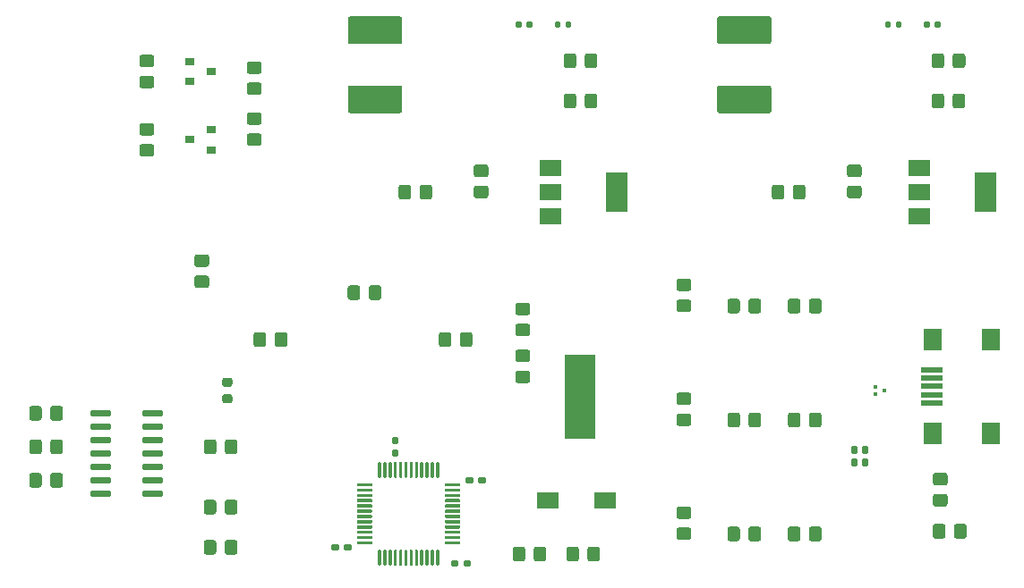
<source format=gtp>
G04 #@! TF.GenerationSoftware,KiCad,Pcbnew,(5.1.10)-1*
G04 #@! TF.CreationDate,2021-09-04T13:32:15+03:00*
G04 #@! TF.ProjectId,amp_control_board,616d705f-636f-46e7-9472-6f6c5f626f61,rev?*
G04 #@! TF.SameCoordinates,Original*
G04 #@! TF.FileFunction,Paste,Top*
G04 #@! TF.FilePolarity,Positive*
%FSLAX46Y46*%
G04 Gerber Fmt 4.6, Leading zero omitted, Abs format (unit mm)*
G04 Created by KiCad (PCBNEW (5.1.10)-1) date 2021-09-04 13:32:15*
%MOMM*%
%LPD*%
G01*
G04 APERTURE LIST*
%ADD10R,0.300000X0.300000*%
%ADD11R,1.700000X2.000000*%
%ADD12R,2.000000X0.500000*%
%ADD13R,2.000000X1.500000*%
%ADD14R,2.000000X3.800000*%
%ADD15R,0.900000X0.800000*%
%ADD16R,2.000000X1.600000*%
%ADD17R,3.000000X8.000000*%
G04 APERTURE END LIST*
D10*
X213912000Y-106426000D03*
X213062000Y-106776000D03*
X213062000Y-106076000D03*
G36*
G01*
X219691000Y-119310999D02*
X219691000Y-120211001D01*
G75*
G02*
X219441001Y-120461000I-249999J0D01*
G01*
X218740999Y-120461000D01*
G75*
G02*
X218491000Y-120211001I0J249999D01*
G01*
X218491000Y-119310999D01*
G75*
G02*
X218740999Y-119061000I249999J0D01*
G01*
X219441001Y-119061000D01*
G75*
G02*
X219691000Y-119310999I0J-249999D01*
G01*
G37*
G36*
G01*
X221691000Y-119310999D02*
X221691000Y-120211001D01*
G75*
G02*
X221441001Y-120461000I-249999J0D01*
G01*
X220740999Y-120461000D01*
G75*
G02*
X220491000Y-120211001I0J249999D01*
G01*
X220491000Y-119310999D01*
G75*
G02*
X220740999Y-119061000I249999J0D01*
G01*
X221441001Y-119061000D01*
G75*
G02*
X221691000Y-119310999I0J-249999D01*
G01*
G37*
G36*
G01*
X219652001Y-115424000D02*
X218751999Y-115424000D01*
G75*
G02*
X218502000Y-115174001I0J249999D01*
G01*
X218502000Y-114473999D01*
G75*
G02*
X218751999Y-114224000I249999J0D01*
G01*
X219652001Y-114224000D01*
G75*
G02*
X219902000Y-114473999I0J-249999D01*
G01*
X219902000Y-115174001D01*
G75*
G02*
X219652001Y-115424000I-249999J0D01*
G01*
G37*
G36*
G01*
X219652001Y-117424000D02*
X218751999Y-117424000D01*
G75*
G02*
X218502000Y-117174001I0J249999D01*
G01*
X218502000Y-116473999D01*
G75*
G02*
X218751999Y-116224000I249999J0D01*
G01*
X219652001Y-116224000D01*
G75*
G02*
X219902000Y-116473999I0J-249999D01*
G01*
X219902000Y-117174001D01*
G75*
G02*
X219652001Y-117424000I-249999J0D01*
G01*
G37*
G36*
G01*
X212250000Y-112409000D02*
X211930000Y-112409000D01*
G75*
G02*
X211770000Y-112249000I0J160000D01*
G01*
X211770000Y-111854000D01*
G75*
G02*
X211930000Y-111694000I160000J0D01*
G01*
X212250000Y-111694000D01*
G75*
G02*
X212410000Y-111854000I0J-160000D01*
G01*
X212410000Y-112249000D01*
G75*
G02*
X212250000Y-112409000I-160000J0D01*
G01*
G37*
G36*
G01*
X212250000Y-113604000D02*
X211930000Y-113604000D01*
G75*
G02*
X211770000Y-113444000I0J160000D01*
G01*
X211770000Y-113049000D01*
G75*
G02*
X211930000Y-112889000I160000J0D01*
G01*
X212250000Y-112889000D01*
G75*
G02*
X212410000Y-113049000I0J-160000D01*
G01*
X212410000Y-113444000D01*
G75*
G02*
X212250000Y-113604000I-160000J0D01*
G01*
G37*
G36*
G01*
X210914000Y-112889000D02*
X211234000Y-112889000D01*
G75*
G02*
X211394000Y-113049000I0J-160000D01*
G01*
X211394000Y-113444000D01*
G75*
G02*
X211234000Y-113604000I-160000J0D01*
G01*
X210914000Y-113604000D01*
G75*
G02*
X210754000Y-113444000I0J160000D01*
G01*
X210754000Y-113049000D01*
G75*
G02*
X210914000Y-112889000I160000J0D01*
G01*
G37*
G36*
G01*
X210914000Y-111694000D02*
X211234000Y-111694000D01*
G75*
G02*
X211394000Y-111854000I0J-160000D01*
G01*
X211394000Y-112249000D01*
G75*
G02*
X211234000Y-112409000I-160000J0D01*
G01*
X210914000Y-112409000D01*
G75*
G02*
X210754000Y-112249000I0J160000D01*
G01*
X210754000Y-111854000D01*
G75*
G02*
X210914000Y-111694000I160000J0D01*
G01*
G37*
D11*
X223957000Y-101595000D03*
X218507000Y-101595000D03*
X223957000Y-110495000D03*
X218507000Y-110495000D03*
D12*
X218407000Y-104445000D03*
X218407000Y-105245000D03*
X218407000Y-106045000D03*
X218407000Y-106845000D03*
X218407000Y-107645000D03*
G36*
G01*
X175500000Y-115095000D02*
X175500000Y-114775000D01*
G75*
G02*
X175660000Y-114615000I160000J0D01*
G01*
X176055000Y-114615000D01*
G75*
G02*
X176215000Y-114775000I0J-160000D01*
G01*
X176215000Y-115095000D01*
G75*
G02*
X176055000Y-115255000I-160000J0D01*
G01*
X175660000Y-115255000D01*
G75*
G02*
X175500000Y-115095000I0J160000D01*
G01*
G37*
G36*
G01*
X174305000Y-115095000D02*
X174305000Y-114775000D01*
G75*
G02*
X174465000Y-114615000I160000J0D01*
G01*
X174860000Y-114615000D01*
G75*
G02*
X175020000Y-114775000I0J-160000D01*
G01*
X175020000Y-115095000D01*
G75*
G02*
X174860000Y-115255000I-160000J0D01*
G01*
X174465000Y-115255000D01*
G75*
G02*
X174305000Y-115095000I0J160000D01*
G01*
G37*
G36*
G01*
X174103000Y-122969000D02*
X174103000Y-122649000D01*
G75*
G02*
X174263000Y-122489000I160000J0D01*
G01*
X174658000Y-122489000D01*
G75*
G02*
X174818000Y-122649000I0J-160000D01*
G01*
X174818000Y-122969000D01*
G75*
G02*
X174658000Y-123129000I-160000J0D01*
G01*
X174263000Y-123129000D01*
G75*
G02*
X174103000Y-122969000I0J160000D01*
G01*
G37*
G36*
G01*
X172908000Y-122969000D02*
X172908000Y-122649000D01*
G75*
G02*
X173068000Y-122489000I160000J0D01*
G01*
X173463000Y-122489000D01*
G75*
G02*
X173623000Y-122649000I0J-160000D01*
G01*
X173623000Y-122969000D01*
G75*
G02*
X173463000Y-123129000I-160000J0D01*
G01*
X173068000Y-123129000D01*
G75*
G02*
X172908000Y-122969000I0J160000D01*
G01*
G37*
G36*
G01*
X162320000Y-121125000D02*
X162320000Y-121445000D01*
G75*
G02*
X162160000Y-121605000I-160000J0D01*
G01*
X161765000Y-121605000D01*
G75*
G02*
X161605000Y-121445000I0J160000D01*
G01*
X161605000Y-121125000D01*
G75*
G02*
X161765000Y-120965000I160000J0D01*
G01*
X162160000Y-120965000D01*
G75*
G02*
X162320000Y-121125000I0J-160000D01*
G01*
G37*
G36*
G01*
X163515000Y-121125000D02*
X163515000Y-121445000D01*
G75*
G02*
X163355000Y-121605000I-160000J0D01*
G01*
X162960000Y-121605000D01*
G75*
G02*
X162800000Y-121445000I0J160000D01*
G01*
X162800000Y-121125000D01*
G75*
G02*
X162960000Y-120965000I160000J0D01*
G01*
X163355000Y-120965000D01*
G75*
G02*
X163515000Y-121125000I0J-160000D01*
G01*
G37*
G36*
G01*
X167800000Y-111520000D02*
X167480000Y-111520000D01*
G75*
G02*
X167320000Y-111360000I0J160000D01*
G01*
X167320000Y-110965000D01*
G75*
G02*
X167480000Y-110805000I160000J0D01*
G01*
X167800000Y-110805000D01*
G75*
G02*
X167960000Y-110965000I0J-160000D01*
G01*
X167960000Y-111360000D01*
G75*
G02*
X167800000Y-111520000I-160000J0D01*
G01*
G37*
G36*
G01*
X167800000Y-112715000D02*
X167480000Y-112715000D01*
G75*
G02*
X167320000Y-112555000I0J160000D01*
G01*
X167320000Y-112160000D01*
G75*
G02*
X167480000Y-112000000I160000J0D01*
G01*
X167800000Y-112000000D01*
G75*
G02*
X167960000Y-112160000I0J-160000D01*
G01*
X167960000Y-112555000D01*
G75*
G02*
X167800000Y-112715000I-160000J0D01*
G01*
G37*
G36*
G01*
X171755000Y-102050001D02*
X171755000Y-101149999D01*
G75*
G02*
X172004999Y-100900000I249999J0D01*
G01*
X172705001Y-100900000D01*
G75*
G02*
X172955000Y-101149999I0J-249999D01*
G01*
X172955000Y-102050001D01*
G75*
G02*
X172705001Y-102300000I-249999J0D01*
G01*
X172004999Y-102300000D01*
G75*
G02*
X171755000Y-102050001I0J249999D01*
G01*
G37*
G36*
G01*
X173755000Y-102050001D02*
X173755000Y-101149999D01*
G75*
G02*
X174004999Y-100900000I249999J0D01*
G01*
X174705001Y-100900000D01*
G75*
G02*
X174955000Y-101149999I0J-249999D01*
G01*
X174955000Y-102050001D01*
G75*
G02*
X174705001Y-102300000I-249999J0D01*
G01*
X174004999Y-102300000D01*
G75*
G02*
X173755000Y-102050001I0J249999D01*
G01*
G37*
G36*
G01*
X211524001Y-86214000D02*
X210623999Y-86214000D01*
G75*
G02*
X210374000Y-85964001I0J249999D01*
G01*
X210374000Y-85263999D01*
G75*
G02*
X210623999Y-85014000I249999J0D01*
G01*
X211524001Y-85014000D01*
G75*
G02*
X211774000Y-85263999I0J-249999D01*
G01*
X211774000Y-85964001D01*
G75*
G02*
X211524001Y-86214000I-249999J0D01*
G01*
G37*
G36*
G01*
X211524001Y-88214000D02*
X210623999Y-88214000D01*
G75*
G02*
X210374000Y-87964001I0J249999D01*
G01*
X210374000Y-87263999D01*
G75*
G02*
X210623999Y-87014000I249999J0D01*
G01*
X211524001Y-87014000D01*
G75*
G02*
X211774000Y-87263999I0J-249999D01*
G01*
X211774000Y-87964001D01*
G75*
G02*
X211524001Y-88214000I-249999J0D01*
G01*
G37*
G36*
G01*
X155445000Y-101149999D02*
X155445000Y-102050001D01*
G75*
G02*
X155195001Y-102300000I-249999J0D01*
G01*
X154494999Y-102300000D01*
G75*
G02*
X154245000Y-102050001I0J249999D01*
G01*
X154245000Y-101149999D01*
G75*
G02*
X154494999Y-100900000I249999J0D01*
G01*
X155195001Y-100900000D01*
G75*
G02*
X155445000Y-101149999I0J-249999D01*
G01*
G37*
G36*
G01*
X157445000Y-101149999D02*
X157445000Y-102050001D01*
G75*
G02*
X157195001Y-102300000I-249999J0D01*
G01*
X156494999Y-102300000D01*
G75*
G02*
X156245000Y-102050001I0J249999D01*
G01*
X156245000Y-101149999D01*
G75*
G02*
X156494999Y-100900000I249999J0D01*
G01*
X157195001Y-100900000D01*
G75*
G02*
X157445000Y-101149999I0J-249999D01*
G01*
G37*
G36*
G01*
X179254999Y-102540000D02*
X180155001Y-102540000D01*
G75*
G02*
X180405000Y-102789999I0J-249999D01*
G01*
X180405000Y-103490001D01*
G75*
G02*
X180155001Y-103740000I-249999J0D01*
G01*
X179254999Y-103740000D01*
G75*
G02*
X179005000Y-103490001I0J249999D01*
G01*
X179005000Y-102789999D01*
G75*
G02*
X179254999Y-102540000I249999J0D01*
G01*
G37*
G36*
G01*
X179254999Y-104540000D02*
X180155001Y-104540000D01*
G75*
G02*
X180405000Y-104789999I0J-249999D01*
G01*
X180405000Y-105490001D01*
G75*
G02*
X180155001Y-105740000I-249999J0D01*
G01*
X179254999Y-105740000D01*
G75*
G02*
X179005000Y-105490001I0J249999D01*
G01*
X179005000Y-104789999D01*
G75*
G02*
X179254999Y-104540000I249999J0D01*
G01*
G37*
G36*
G01*
X180155001Y-99295000D02*
X179254999Y-99295000D01*
G75*
G02*
X179005000Y-99045001I0J249999D01*
G01*
X179005000Y-98344999D01*
G75*
G02*
X179254999Y-98095000I249999J0D01*
G01*
X180155001Y-98095000D01*
G75*
G02*
X180405000Y-98344999I0J-249999D01*
G01*
X180405000Y-99045001D01*
G75*
G02*
X180155001Y-99295000I-249999J0D01*
G01*
G37*
G36*
G01*
X180155001Y-101295000D02*
X179254999Y-101295000D01*
G75*
G02*
X179005000Y-101045001I0J249999D01*
G01*
X179005000Y-100344999D01*
G75*
G02*
X179254999Y-100095000I249999J0D01*
G01*
X180155001Y-100095000D01*
G75*
G02*
X180405000Y-100344999I0J-249999D01*
G01*
X180405000Y-101045001D01*
G75*
G02*
X180155001Y-101295000I-249999J0D01*
G01*
G37*
G36*
G01*
X176218001Y-88214000D02*
X175317999Y-88214000D01*
G75*
G02*
X175068000Y-87964001I0J249999D01*
G01*
X175068000Y-87263999D01*
G75*
G02*
X175317999Y-87014000I249999J0D01*
G01*
X176218001Y-87014000D01*
G75*
G02*
X176468000Y-87263999I0J-249999D01*
G01*
X176468000Y-87964001D01*
G75*
G02*
X176218001Y-88214000I-249999J0D01*
G01*
G37*
G36*
G01*
X176218001Y-86214000D02*
X175317999Y-86214000D01*
G75*
G02*
X175068000Y-85964001I0J249999D01*
G01*
X175068000Y-85263999D01*
G75*
G02*
X175317999Y-85014000I249999J0D01*
G01*
X176218001Y-85014000D01*
G75*
G02*
X176468000Y-85263999I0J-249999D01*
G01*
X176468000Y-85964001D01*
G75*
G02*
X176218001Y-86214000I-249999J0D01*
G01*
G37*
G36*
G01*
X183820000Y-122370001D02*
X183820000Y-121469999D01*
G75*
G02*
X184069999Y-121220000I249999J0D01*
G01*
X184770001Y-121220000D01*
G75*
G02*
X185020000Y-121469999I0J-249999D01*
G01*
X185020000Y-122370001D01*
G75*
G02*
X184770001Y-122620000I-249999J0D01*
G01*
X184069999Y-122620000D01*
G75*
G02*
X183820000Y-122370001I0J249999D01*
G01*
G37*
G36*
G01*
X185820000Y-122370001D02*
X185820000Y-121469999D01*
G75*
G02*
X186069999Y-121220000I249999J0D01*
G01*
X186770001Y-121220000D01*
G75*
G02*
X187020000Y-121469999I0J-249999D01*
G01*
X187020000Y-122370001D01*
G75*
G02*
X186770001Y-122620000I-249999J0D01*
G01*
X186069999Y-122620000D01*
G75*
G02*
X185820000Y-122370001I0J249999D01*
G01*
G37*
G36*
G01*
X195395001Y-97009000D02*
X194494999Y-97009000D01*
G75*
G02*
X194245000Y-96759001I0J249999D01*
G01*
X194245000Y-96058999D01*
G75*
G02*
X194494999Y-95809000I249999J0D01*
G01*
X195395001Y-95809000D01*
G75*
G02*
X195645000Y-96058999I0J-249999D01*
G01*
X195645000Y-96759001D01*
G75*
G02*
X195395001Y-97009000I-249999J0D01*
G01*
G37*
G36*
G01*
X195395001Y-99009000D02*
X194494999Y-99009000D01*
G75*
G02*
X194245000Y-98759001I0J249999D01*
G01*
X194245000Y-98058999D01*
G75*
G02*
X194494999Y-97809000I249999J0D01*
G01*
X195395001Y-97809000D01*
G75*
G02*
X195645000Y-98058999I0J-249999D01*
G01*
X195645000Y-98759001D01*
G75*
G02*
X195395001Y-99009000I-249999J0D01*
G01*
G37*
G36*
G01*
X195395001Y-107804000D02*
X194494999Y-107804000D01*
G75*
G02*
X194245000Y-107554001I0J249999D01*
G01*
X194245000Y-106853999D01*
G75*
G02*
X194494999Y-106604000I249999J0D01*
G01*
X195395001Y-106604000D01*
G75*
G02*
X195645000Y-106853999I0J-249999D01*
G01*
X195645000Y-107554001D01*
G75*
G02*
X195395001Y-107804000I-249999J0D01*
G01*
G37*
G36*
G01*
X195395001Y-109804000D02*
X194494999Y-109804000D01*
G75*
G02*
X194245000Y-109554001I0J249999D01*
G01*
X194245000Y-108853999D01*
G75*
G02*
X194494999Y-108604000I249999J0D01*
G01*
X195395001Y-108604000D01*
G75*
G02*
X195645000Y-108853999I0J-249999D01*
G01*
X195645000Y-109554001D01*
G75*
G02*
X195395001Y-109804000I-249999J0D01*
G01*
G37*
G36*
G01*
X195395001Y-120599000D02*
X194494999Y-120599000D01*
G75*
G02*
X194245000Y-120349001I0J249999D01*
G01*
X194245000Y-119648999D01*
G75*
G02*
X194494999Y-119399000I249999J0D01*
G01*
X195395001Y-119399000D01*
G75*
G02*
X195645000Y-119648999I0J-249999D01*
G01*
X195645000Y-120349001D01*
G75*
G02*
X195395001Y-120599000I-249999J0D01*
G01*
G37*
G36*
G01*
X195395001Y-118599000D02*
X194494999Y-118599000D01*
G75*
G02*
X194245000Y-118349001I0J249999D01*
G01*
X194245000Y-117648999D01*
G75*
G02*
X194494999Y-117399000I249999J0D01*
G01*
X195395001Y-117399000D01*
G75*
G02*
X195645000Y-117648999I0J-249999D01*
G01*
X195645000Y-118349001D01*
G75*
G02*
X195395001Y-118599000I-249999J0D01*
G01*
G37*
G36*
G01*
X202985000Y-73615000D02*
X198335000Y-73615000D01*
G75*
G02*
X198085000Y-73365000I0J250000D01*
G01*
X198085000Y-71215000D01*
G75*
G02*
X198335000Y-70965000I250000J0D01*
G01*
X202985000Y-70965000D01*
G75*
G02*
X203235000Y-71215000I0J-250000D01*
G01*
X203235000Y-73365000D01*
G75*
G02*
X202985000Y-73615000I-250000J0D01*
G01*
G37*
G36*
G01*
X202985000Y-80165000D02*
X198335000Y-80165000D01*
G75*
G02*
X198085000Y-79915000I0J250000D01*
G01*
X198085000Y-77765000D01*
G75*
G02*
X198335000Y-77515000I250000J0D01*
G01*
X202985000Y-77515000D01*
G75*
G02*
X203235000Y-77765000I0J-250000D01*
G01*
X203235000Y-79915000D01*
G75*
G02*
X202985000Y-80165000I-250000J0D01*
G01*
G37*
G36*
G01*
X168060000Y-80165000D02*
X163410000Y-80165000D01*
G75*
G02*
X163160000Y-79915000I0J250000D01*
G01*
X163160000Y-77765000D01*
G75*
G02*
X163410000Y-77515000I250000J0D01*
G01*
X168060000Y-77515000D01*
G75*
G02*
X168310000Y-77765000I0J-250000D01*
G01*
X168310000Y-79915000D01*
G75*
G02*
X168060000Y-80165000I-250000J0D01*
G01*
G37*
G36*
G01*
X168060000Y-73615000D02*
X163410000Y-73615000D01*
G75*
G02*
X163160000Y-73365000I0J250000D01*
G01*
X163160000Y-71215000D01*
G75*
G02*
X163410000Y-70965000I250000J0D01*
G01*
X168060000Y-70965000D01*
G75*
G02*
X168310000Y-71215000I0J-250000D01*
G01*
X168310000Y-73365000D01*
G75*
G02*
X168060000Y-73615000I-250000J0D01*
G01*
G37*
G36*
G01*
X151508750Y-105201000D02*
X152021250Y-105201000D01*
G75*
G02*
X152240000Y-105419750I0J-218750D01*
G01*
X152240000Y-105857250D01*
G75*
G02*
X152021250Y-106076000I-218750J0D01*
G01*
X151508750Y-106076000D01*
G75*
G02*
X151290000Y-105857250I0J218750D01*
G01*
X151290000Y-105419750D01*
G75*
G02*
X151508750Y-105201000I218750J0D01*
G01*
G37*
G36*
G01*
X151508750Y-106776000D02*
X152021250Y-106776000D01*
G75*
G02*
X152240000Y-106994750I0J-218750D01*
G01*
X152240000Y-107432250D01*
G75*
G02*
X152021250Y-107651000I-218750J0D01*
G01*
X151508750Y-107651000D01*
G75*
G02*
X151290000Y-107432250I0J218750D01*
G01*
X151290000Y-106994750D01*
G75*
G02*
X151508750Y-106776000I218750J0D01*
G01*
G37*
D13*
X217195000Y-85330000D03*
X217195000Y-89930000D03*
X217195000Y-87630000D03*
D14*
X223495000Y-87630000D03*
X188595000Y-87630000D03*
D13*
X182295000Y-87630000D03*
X182295000Y-89930000D03*
X182295000Y-85330000D03*
D15*
X150225000Y-76200000D03*
X148225000Y-77150000D03*
X148225000Y-75250000D03*
X150225000Y-83627000D03*
X150225000Y-81727000D03*
X148225000Y-82677000D03*
G36*
G01*
X206451000Y-87179999D02*
X206451000Y-88080001D01*
G75*
G02*
X206201001Y-88330000I-249999J0D01*
G01*
X205500999Y-88330000D01*
G75*
G02*
X205251000Y-88080001I0J249999D01*
G01*
X205251000Y-87179999D01*
G75*
G02*
X205500999Y-86930000I249999J0D01*
G01*
X206201001Y-86930000D01*
G75*
G02*
X206451000Y-87179999I0J-249999D01*
G01*
G37*
G36*
G01*
X204451000Y-87179999D02*
X204451000Y-88080001D01*
G75*
G02*
X204201001Y-88330000I-249999J0D01*
G01*
X203500999Y-88330000D01*
G75*
G02*
X203251000Y-88080001I0J249999D01*
G01*
X203251000Y-87179999D01*
G75*
G02*
X203500999Y-86930000I249999J0D01*
G01*
X204201001Y-86930000D01*
G75*
G02*
X204451000Y-87179999I0J-249999D01*
G01*
G37*
G36*
G01*
X164335000Y-96704999D02*
X164335000Y-97605001D01*
G75*
G02*
X164085001Y-97855000I-249999J0D01*
G01*
X163384999Y-97855000D01*
G75*
G02*
X163135000Y-97605001I0J249999D01*
G01*
X163135000Y-96704999D01*
G75*
G02*
X163384999Y-96455000I249999J0D01*
G01*
X164085001Y-96455000D01*
G75*
G02*
X164335000Y-96704999I0J-249999D01*
G01*
G37*
G36*
G01*
X166335000Y-96704999D02*
X166335000Y-97605001D01*
G75*
G02*
X166085001Y-97855000I-249999J0D01*
G01*
X165384999Y-97855000D01*
G75*
G02*
X165135000Y-97605001I0J249999D01*
G01*
X165135000Y-96704999D01*
G75*
G02*
X165384999Y-96455000I249999J0D01*
G01*
X166085001Y-96455000D01*
G75*
G02*
X166335000Y-96704999I0J-249999D01*
G01*
G37*
G36*
G01*
X220380000Y-75634001D02*
X220380000Y-74733999D01*
G75*
G02*
X220629999Y-74484000I249999J0D01*
G01*
X221330001Y-74484000D01*
G75*
G02*
X221580000Y-74733999I0J-249999D01*
G01*
X221580000Y-75634001D01*
G75*
G02*
X221330001Y-75884000I-249999J0D01*
G01*
X220629999Y-75884000D01*
G75*
G02*
X220380000Y-75634001I0J249999D01*
G01*
G37*
G36*
G01*
X218380000Y-75634001D02*
X218380000Y-74733999D01*
G75*
G02*
X218629999Y-74484000I249999J0D01*
G01*
X219330001Y-74484000D01*
G75*
G02*
X219580000Y-74733999I0J-249999D01*
G01*
X219580000Y-75634001D01*
G75*
G02*
X219330001Y-75884000I-249999J0D01*
G01*
X218629999Y-75884000D01*
G75*
G02*
X218380000Y-75634001I0J249999D01*
G01*
G37*
G36*
G01*
X179940000Y-121469999D02*
X179940000Y-122370001D01*
G75*
G02*
X179690001Y-122620000I-249999J0D01*
G01*
X178989999Y-122620000D01*
G75*
G02*
X178740000Y-122370001I0J249999D01*
G01*
X178740000Y-121469999D01*
G75*
G02*
X178989999Y-121220000I249999J0D01*
G01*
X179690001Y-121220000D01*
G75*
G02*
X179940000Y-121469999I0J-249999D01*
G01*
G37*
G36*
G01*
X181940000Y-121469999D02*
X181940000Y-122370001D01*
G75*
G02*
X181690001Y-122620000I-249999J0D01*
G01*
X180989999Y-122620000D01*
G75*
G02*
X180740000Y-122370001I0J249999D01*
G01*
X180740000Y-121469999D01*
G75*
G02*
X180989999Y-121220000I249999J0D01*
G01*
X181690001Y-121220000D01*
G75*
G02*
X181940000Y-121469999I0J-249999D01*
G01*
G37*
G36*
G01*
X144595001Y-77800000D02*
X143694999Y-77800000D01*
G75*
G02*
X143445000Y-77550001I0J249999D01*
G01*
X143445000Y-76849999D01*
G75*
G02*
X143694999Y-76600000I249999J0D01*
G01*
X144595001Y-76600000D01*
G75*
G02*
X144845000Y-76849999I0J-249999D01*
G01*
X144845000Y-77550001D01*
G75*
G02*
X144595001Y-77800000I-249999J0D01*
G01*
G37*
G36*
G01*
X144595001Y-75800000D02*
X143694999Y-75800000D01*
G75*
G02*
X143445000Y-75550001I0J249999D01*
G01*
X143445000Y-74849999D01*
G75*
G02*
X143694999Y-74600000I249999J0D01*
G01*
X144595001Y-74600000D01*
G75*
G02*
X144845000Y-74849999I0J-249999D01*
G01*
X144845000Y-75550001D01*
G75*
G02*
X144595001Y-75800000I-249999J0D01*
G01*
G37*
G36*
G01*
X143694999Y-83077000D02*
X144595001Y-83077000D01*
G75*
G02*
X144845000Y-83326999I0J-249999D01*
G01*
X144845000Y-84027001D01*
G75*
G02*
X144595001Y-84277000I-249999J0D01*
G01*
X143694999Y-84277000D01*
G75*
G02*
X143445000Y-84027001I0J249999D01*
G01*
X143445000Y-83326999D01*
G75*
G02*
X143694999Y-83077000I249999J0D01*
G01*
G37*
G36*
G01*
X143694999Y-81077000D02*
X144595001Y-81077000D01*
G75*
G02*
X144845000Y-81326999I0J-249999D01*
G01*
X144845000Y-82027001D01*
G75*
G02*
X144595001Y-82277000I-249999J0D01*
G01*
X143694999Y-82277000D01*
G75*
G02*
X143445000Y-82027001I0J249999D01*
G01*
X143445000Y-81326999D01*
G75*
G02*
X143694999Y-81077000I249999J0D01*
G01*
G37*
G36*
G01*
X148901999Y-93523000D02*
X149802001Y-93523000D01*
G75*
G02*
X150052000Y-93772999I0J-249999D01*
G01*
X150052000Y-94473001D01*
G75*
G02*
X149802001Y-94723000I-249999J0D01*
G01*
X148901999Y-94723000D01*
G75*
G02*
X148652000Y-94473001I0J249999D01*
G01*
X148652000Y-93772999D01*
G75*
G02*
X148901999Y-93523000I249999J0D01*
G01*
G37*
G36*
G01*
X148901999Y-95523000D02*
X149802001Y-95523000D01*
G75*
G02*
X150052000Y-95772999I0J-249999D01*
G01*
X150052000Y-96473001D01*
G75*
G02*
X149802001Y-96723000I-249999J0D01*
G01*
X148901999Y-96723000D01*
G75*
G02*
X148652000Y-96473001I0J249999D01*
G01*
X148652000Y-95772999D01*
G75*
G02*
X148901999Y-95523000I249999J0D01*
G01*
G37*
G36*
G01*
X153854999Y-75235000D02*
X154755001Y-75235000D01*
G75*
G02*
X155005000Y-75484999I0J-249999D01*
G01*
X155005000Y-76185001D01*
G75*
G02*
X154755001Y-76435000I-249999J0D01*
G01*
X153854999Y-76435000D01*
G75*
G02*
X153605000Y-76185001I0J249999D01*
G01*
X153605000Y-75484999D01*
G75*
G02*
X153854999Y-75235000I249999J0D01*
G01*
G37*
G36*
G01*
X153854999Y-77235000D02*
X154755001Y-77235000D01*
G75*
G02*
X155005000Y-77484999I0J-249999D01*
G01*
X155005000Y-78185001D01*
G75*
G02*
X154755001Y-78435000I-249999J0D01*
G01*
X153854999Y-78435000D01*
G75*
G02*
X153605000Y-78185001I0J249999D01*
G01*
X153605000Y-77484999D01*
G75*
G02*
X153854999Y-77235000I249999J0D01*
G01*
G37*
G36*
G01*
X154755001Y-83261000D02*
X153854999Y-83261000D01*
G75*
G02*
X153605000Y-83011001I0J249999D01*
G01*
X153605000Y-82310999D01*
G75*
G02*
X153854999Y-82061000I249999J0D01*
G01*
X154755001Y-82061000D01*
G75*
G02*
X155005000Y-82310999I0J-249999D01*
G01*
X155005000Y-83011001D01*
G75*
G02*
X154755001Y-83261000I-249999J0D01*
G01*
G37*
G36*
G01*
X154755001Y-81261000D02*
X153854999Y-81261000D01*
G75*
G02*
X153605000Y-81011001I0J249999D01*
G01*
X153605000Y-80310999D01*
G75*
G02*
X153854999Y-80061000I249999J0D01*
G01*
X154755001Y-80061000D01*
G75*
G02*
X155005000Y-80310999I0J-249999D01*
G01*
X155005000Y-81011001D01*
G75*
G02*
X154755001Y-81261000I-249999J0D01*
G01*
G37*
G36*
G01*
X135020000Y-109035001D02*
X135020000Y-108134999D01*
G75*
G02*
X135269999Y-107885000I249999J0D01*
G01*
X135970001Y-107885000D01*
G75*
G02*
X136220000Y-108134999I0J-249999D01*
G01*
X136220000Y-109035001D01*
G75*
G02*
X135970001Y-109285000I-249999J0D01*
G01*
X135269999Y-109285000D01*
G75*
G02*
X135020000Y-109035001I0J249999D01*
G01*
G37*
G36*
G01*
X133020000Y-109035001D02*
X133020000Y-108134999D01*
G75*
G02*
X133269999Y-107885000I249999J0D01*
G01*
X133970001Y-107885000D01*
G75*
G02*
X134220000Y-108134999I0J-249999D01*
G01*
X134220000Y-109035001D01*
G75*
G02*
X133970001Y-109285000I-249999J0D01*
G01*
X133269999Y-109285000D01*
G75*
G02*
X133020000Y-109035001I0J249999D01*
G01*
G37*
G36*
G01*
X133020000Y-112210001D02*
X133020000Y-111309999D01*
G75*
G02*
X133269999Y-111060000I249999J0D01*
G01*
X133970001Y-111060000D01*
G75*
G02*
X134220000Y-111309999I0J-249999D01*
G01*
X134220000Y-112210001D01*
G75*
G02*
X133970001Y-112460000I-249999J0D01*
G01*
X133269999Y-112460000D01*
G75*
G02*
X133020000Y-112210001I0J249999D01*
G01*
G37*
G36*
G01*
X135020000Y-112210001D02*
X135020000Y-111309999D01*
G75*
G02*
X135269999Y-111060000I249999J0D01*
G01*
X135970001Y-111060000D01*
G75*
G02*
X136220000Y-111309999I0J-249999D01*
G01*
X136220000Y-112210001D01*
G75*
G02*
X135970001Y-112460000I-249999J0D01*
G01*
X135269999Y-112460000D01*
G75*
G02*
X135020000Y-112210001I0J249999D01*
G01*
G37*
G36*
G01*
X151530000Y-117925001D02*
X151530000Y-117024999D01*
G75*
G02*
X151779999Y-116775000I249999J0D01*
G01*
X152480001Y-116775000D01*
G75*
G02*
X152730000Y-117024999I0J-249999D01*
G01*
X152730000Y-117925001D01*
G75*
G02*
X152480001Y-118175000I-249999J0D01*
G01*
X151779999Y-118175000D01*
G75*
G02*
X151530000Y-117925001I0J249999D01*
G01*
G37*
G36*
G01*
X149530000Y-117925001D02*
X149530000Y-117024999D01*
G75*
G02*
X149779999Y-116775000I249999J0D01*
G01*
X150480001Y-116775000D01*
G75*
G02*
X150730000Y-117024999I0J-249999D01*
G01*
X150730000Y-117925001D01*
G75*
G02*
X150480001Y-118175000I-249999J0D01*
G01*
X149779999Y-118175000D01*
G75*
G02*
X149530000Y-117925001I0J249999D01*
G01*
G37*
G36*
G01*
X135020000Y-115385001D02*
X135020000Y-114484999D01*
G75*
G02*
X135269999Y-114235000I249999J0D01*
G01*
X135970001Y-114235000D01*
G75*
G02*
X136220000Y-114484999I0J-249999D01*
G01*
X136220000Y-115385001D01*
G75*
G02*
X135970001Y-115635000I-249999J0D01*
G01*
X135269999Y-115635000D01*
G75*
G02*
X135020000Y-115385001I0J249999D01*
G01*
G37*
G36*
G01*
X133020000Y-115385001D02*
X133020000Y-114484999D01*
G75*
G02*
X133269999Y-114235000I249999J0D01*
G01*
X133970001Y-114235000D01*
G75*
G02*
X134220000Y-114484999I0J-249999D01*
G01*
X134220000Y-115385001D01*
G75*
G02*
X133970001Y-115635000I-249999J0D01*
G01*
X133269999Y-115635000D01*
G75*
G02*
X133020000Y-115385001I0J249999D01*
G01*
G37*
G36*
G01*
X152730000Y-111309999D02*
X152730000Y-112210001D01*
G75*
G02*
X152480001Y-112460000I-249999J0D01*
G01*
X151779999Y-112460000D01*
G75*
G02*
X151530000Y-112210001I0J249999D01*
G01*
X151530000Y-111309999D01*
G75*
G02*
X151779999Y-111060000I249999J0D01*
G01*
X152480001Y-111060000D01*
G75*
G02*
X152730000Y-111309999I0J-249999D01*
G01*
G37*
G36*
G01*
X150730000Y-111309999D02*
X150730000Y-112210001D01*
G75*
G02*
X150480001Y-112460000I-249999J0D01*
G01*
X149779999Y-112460000D01*
G75*
G02*
X149530000Y-112210001I0J249999D01*
G01*
X149530000Y-111309999D01*
G75*
G02*
X149779999Y-111060000I249999J0D01*
G01*
X150480001Y-111060000D01*
G75*
G02*
X150730000Y-111309999I0J-249999D01*
G01*
G37*
G36*
G01*
X152730000Y-120834999D02*
X152730000Y-121735001D01*
G75*
G02*
X152480001Y-121985000I-249999J0D01*
G01*
X151779999Y-121985000D01*
G75*
G02*
X151530000Y-121735001I0J249999D01*
G01*
X151530000Y-120834999D01*
G75*
G02*
X151779999Y-120585000I249999J0D01*
G01*
X152480001Y-120585000D01*
G75*
G02*
X152730000Y-120834999I0J-249999D01*
G01*
G37*
G36*
G01*
X150730000Y-120834999D02*
X150730000Y-121735001D01*
G75*
G02*
X150480001Y-121985000I-249999J0D01*
G01*
X149779999Y-121985000D01*
G75*
G02*
X149530000Y-121735001I0J249999D01*
G01*
X149530000Y-120834999D01*
G75*
G02*
X149779999Y-120585000I249999J0D01*
G01*
X150480001Y-120585000D01*
G75*
G02*
X150730000Y-120834999I0J-249999D01*
G01*
G37*
G36*
G01*
X206775000Y-98875001D02*
X206775000Y-97974999D01*
G75*
G02*
X207024999Y-97725000I249999J0D01*
G01*
X207725001Y-97725000D01*
G75*
G02*
X207975000Y-97974999I0J-249999D01*
G01*
X207975000Y-98875001D01*
G75*
G02*
X207725001Y-99125000I-249999J0D01*
G01*
X207024999Y-99125000D01*
G75*
G02*
X206775000Y-98875001I0J249999D01*
G01*
G37*
G36*
G01*
X204775000Y-98875001D02*
X204775000Y-97974999D01*
G75*
G02*
X205024999Y-97725000I249999J0D01*
G01*
X205725001Y-97725000D01*
G75*
G02*
X205975000Y-97974999I0J-249999D01*
G01*
X205975000Y-98875001D01*
G75*
G02*
X205725001Y-99125000I-249999J0D01*
G01*
X205024999Y-99125000D01*
G75*
G02*
X204775000Y-98875001I0J249999D01*
G01*
G37*
G36*
G01*
X199060000Y-98875001D02*
X199060000Y-97974999D01*
G75*
G02*
X199309999Y-97725000I249999J0D01*
G01*
X200010001Y-97725000D01*
G75*
G02*
X200260000Y-97974999I0J-249999D01*
G01*
X200260000Y-98875001D01*
G75*
G02*
X200010001Y-99125000I-249999J0D01*
G01*
X199309999Y-99125000D01*
G75*
G02*
X199060000Y-98875001I0J249999D01*
G01*
G37*
G36*
G01*
X201060000Y-98875001D02*
X201060000Y-97974999D01*
G75*
G02*
X201309999Y-97725000I249999J0D01*
G01*
X202010001Y-97725000D01*
G75*
G02*
X202260000Y-97974999I0J-249999D01*
G01*
X202260000Y-98875001D01*
G75*
G02*
X202010001Y-99125000I-249999J0D01*
G01*
X201309999Y-99125000D01*
G75*
G02*
X201060000Y-98875001I0J249999D01*
G01*
G37*
G36*
G01*
X206775000Y-109670001D02*
X206775000Y-108769999D01*
G75*
G02*
X207024999Y-108520000I249999J0D01*
G01*
X207725001Y-108520000D01*
G75*
G02*
X207975000Y-108769999I0J-249999D01*
G01*
X207975000Y-109670001D01*
G75*
G02*
X207725001Y-109920000I-249999J0D01*
G01*
X207024999Y-109920000D01*
G75*
G02*
X206775000Y-109670001I0J249999D01*
G01*
G37*
G36*
G01*
X204775000Y-109670001D02*
X204775000Y-108769999D01*
G75*
G02*
X205024999Y-108520000I249999J0D01*
G01*
X205725001Y-108520000D01*
G75*
G02*
X205975000Y-108769999I0J-249999D01*
G01*
X205975000Y-109670001D01*
G75*
G02*
X205725001Y-109920000I-249999J0D01*
G01*
X205024999Y-109920000D01*
G75*
G02*
X204775000Y-109670001I0J249999D01*
G01*
G37*
G36*
G01*
X199060000Y-109670001D02*
X199060000Y-108769999D01*
G75*
G02*
X199309999Y-108520000I249999J0D01*
G01*
X200010001Y-108520000D01*
G75*
G02*
X200260000Y-108769999I0J-249999D01*
G01*
X200260000Y-109670001D01*
G75*
G02*
X200010001Y-109920000I-249999J0D01*
G01*
X199309999Y-109920000D01*
G75*
G02*
X199060000Y-109670001I0J249999D01*
G01*
G37*
G36*
G01*
X201060000Y-109670001D02*
X201060000Y-108769999D01*
G75*
G02*
X201309999Y-108520000I249999J0D01*
G01*
X202010001Y-108520000D01*
G75*
G02*
X202260000Y-108769999I0J-249999D01*
G01*
X202260000Y-109670001D01*
G75*
G02*
X202010001Y-109920000I-249999J0D01*
G01*
X201309999Y-109920000D01*
G75*
G02*
X201060000Y-109670001I0J249999D01*
G01*
G37*
G36*
G01*
X204775000Y-120465001D02*
X204775000Y-119564999D01*
G75*
G02*
X205024999Y-119315000I249999J0D01*
G01*
X205725001Y-119315000D01*
G75*
G02*
X205975000Y-119564999I0J-249999D01*
G01*
X205975000Y-120465001D01*
G75*
G02*
X205725001Y-120715000I-249999J0D01*
G01*
X205024999Y-120715000D01*
G75*
G02*
X204775000Y-120465001I0J249999D01*
G01*
G37*
G36*
G01*
X206775000Y-120465001D02*
X206775000Y-119564999D01*
G75*
G02*
X207024999Y-119315000I249999J0D01*
G01*
X207725001Y-119315000D01*
G75*
G02*
X207975000Y-119564999I0J-249999D01*
G01*
X207975000Y-120465001D01*
G75*
G02*
X207725001Y-120715000I-249999J0D01*
G01*
X207024999Y-120715000D01*
G75*
G02*
X206775000Y-120465001I0J249999D01*
G01*
G37*
G36*
G01*
X201060000Y-120465001D02*
X201060000Y-119564999D01*
G75*
G02*
X201309999Y-119315000I249999J0D01*
G01*
X202010001Y-119315000D01*
G75*
G02*
X202260000Y-119564999I0J-249999D01*
G01*
X202260000Y-120465001D01*
G75*
G02*
X202010001Y-120715000I-249999J0D01*
G01*
X201309999Y-120715000D01*
G75*
G02*
X201060000Y-120465001I0J249999D01*
G01*
G37*
G36*
G01*
X199060000Y-120465001D02*
X199060000Y-119564999D01*
G75*
G02*
X199309999Y-119315000I249999J0D01*
G01*
X200010001Y-119315000D01*
G75*
G02*
X200260000Y-119564999I0J-249999D01*
G01*
X200260000Y-120465001D01*
G75*
G02*
X200010001Y-120715000I-249999J0D01*
G01*
X199309999Y-120715000D01*
G75*
G02*
X199060000Y-120465001I0J249999D01*
G01*
G37*
G36*
G01*
X218680000Y-71940000D02*
X218680000Y-71570000D01*
G75*
G02*
X218815000Y-71435000I135000J0D01*
G01*
X219085000Y-71435000D01*
G75*
G02*
X219220000Y-71570000I0J-135000D01*
G01*
X219220000Y-71940000D01*
G75*
G02*
X219085000Y-72075000I-135000J0D01*
G01*
X218815000Y-72075000D01*
G75*
G02*
X218680000Y-71940000I0J135000D01*
G01*
G37*
G36*
G01*
X217660000Y-71940000D02*
X217660000Y-71570000D01*
G75*
G02*
X217795000Y-71435000I135000J0D01*
G01*
X218065000Y-71435000D01*
G75*
G02*
X218200000Y-71570000I0J-135000D01*
G01*
X218200000Y-71940000D01*
G75*
G02*
X218065000Y-72075000I-135000J0D01*
G01*
X217795000Y-72075000D01*
G75*
G02*
X217660000Y-71940000I0J135000D01*
G01*
G37*
G36*
G01*
X213977000Y-71940000D02*
X213977000Y-71570000D01*
G75*
G02*
X214112000Y-71435000I135000J0D01*
G01*
X214382000Y-71435000D01*
G75*
G02*
X214517000Y-71570000I0J-135000D01*
G01*
X214517000Y-71940000D01*
G75*
G02*
X214382000Y-72075000I-135000J0D01*
G01*
X214112000Y-72075000D01*
G75*
G02*
X213977000Y-71940000I0J135000D01*
G01*
G37*
G36*
G01*
X214997000Y-71940000D02*
X214997000Y-71570000D01*
G75*
G02*
X215132000Y-71435000I135000J0D01*
G01*
X215402000Y-71435000D01*
G75*
G02*
X215537000Y-71570000I0J-135000D01*
G01*
X215537000Y-71940000D01*
G75*
G02*
X215402000Y-72075000I-135000J0D01*
G01*
X215132000Y-72075000D01*
G75*
G02*
X214997000Y-71940000I0J135000D01*
G01*
G37*
G36*
G01*
X169145000Y-87179999D02*
X169145000Y-88080001D01*
G75*
G02*
X168895001Y-88330000I-249999J0D01*
G01*
X168194999Y-88330000D01*
G75*
G02*
X167945000Y-88080001I0J249999D01*
G01*
X167945000Y-87179999D01*
G75*
G02*
X168194999Y-86930000I249999J0D01*
G01*
X168895001Y-86930000D01*
G75*
G02*
X169145000Y-87179999I0J-249999D01*
G01*
G37*
G36*
G01*
X171145000Y-87179999D02*
X171145000Y-88080001D01*
G75*
G02*
X170895001Y-88330000I-249999J0D01*
G01*
X170194999Y-88330000D01*
G75*
G02*
X169945000Y-88080001I0J249999D01*
G01*
X169945000Y-87179999D01*
G75*
G02*
X170194999Y-86930000I249999J0D01*
G01*
X170895001Y-86930000D01*
G75*
G02*
X171145000Y-87179999I0J-249999D01*
G01*
G37*
G36*
G01*
X183566000Y-75634001D02*
X183566000Y-74733999D01*
G75*
G02*
X183815999Y-74484000I249999J0D01*
G01*
X184516001Y-74484000D01*
G75*
G02*
X184766000Y-74733999I0J-249999D01*
G01*
X184766000Y-75634001D01*
G75*
G02*
X184516001Y-75884000I-249999J0D01*
G01*
X183815999Y-75884000D01*
G75*
G02*
X183566000Y-75634001I0J249999D01*
G01*
G37*
G36*
G01*
X185566000Y-75634001D02*
X185566000Y-74733999D01*
G75*
G02*
X185815999Y-74484000I249999J0D01*
G01*
X186516001Y-74484000D01*
G75*
G02*
X186766000Y-74733999I0J-249999D01*
G01*
X186766000Y-75634001D01*
G75*
G02*
X186516001Y-75884000I-249999J0D01*
G01*
X185815999Y-75884000D01*
G75*
G02*
X185566000Y-75634001I0J249999D01*
G01*
G37*
G36*
G01*
X183755000Y-71940000D02*
X183755000Y-71570000D01*
G75*
G02*
X183890000Y-71435000I135000J0D01*
G01*
X184160000Y-71435000D01*
G75*
G02*
X184295000Y-71570000I0J-135000D01*
G01*
X184295000Y-71940000D01*
G75*
G02*
X184160000Y-72075000I-135000J0D01*
G01*
X183890000Y-72075000D01*
G75*
G02*
X183755000Y-71940000I0J135000D01*
G01*
G37*
G36*
G01*
X182735000Y-71940000D02*
X182735000Y-71570000D01*
G75*
G02*
X182870000Y-71435000I135000J0D01*
G01*
X183140000Y-71435000D01*
G75*
G02*
X183275000Y-71570000I0J-135000D01*
G01*
X183275000Y-71940000D01*
G75*
G02*
X183140000Y-72075000I-135000J0D01*
G01*
X182870000Y-72075000D01*
G75*
G02*
X182735000Y-71940000I0J135000D01*
G01*
G37*
G36*
G01*
X179052000Y-71940000D02*
X179052000Y-71570000D01*
G75*
G02*
X179187000Y-71435000I135000J0D01*
G01*
X179457000Y-71435000D01*
G75*
G02*
X179592000Y-71570000I0J-135000D01*
G01*
X179592000Y-71940000D01*
G75*
G02*
X179457000Y-72075000I-135000J0D01*
G01*
X179187000Y-72075000D01*
G75*
G02*
X179052000Y-71940000I0J135000D01*
G01*
G37*
G36*
G01*
X180072000Y-71940000D02*
X180072000Y-71570000D01*
G75*
G02*
X180207000Y-71435000I135000J0D01*
G01*
X180477000Y-71435000D01*
G75*
G02*
X180612000Y-71570000I0J-135000D01*
G01*
X180612000Y-71940000D01*
G75*
G02*
X180477000Y-72075000I-135000J0D01*
G01*
X180207000Y-72075000D01*
G75*
G02*
X180072000Y-71940000I0J135000D01*
G01*
G37*
G36*
G01*
X219564000Y-78543999D02*
X219564000Y-79444001D01*
G75*
G02*
X219314001Y-79694000I-249999J0D01*
G01*
X218613999Y-79694000D01*
G75*
G02*
X218364000Y-79444001I0J249999D01*
G01*
X218364000Y-78543999D01*
G75*
G02*
X218613999Y-78294000I249999J0D01*
G01*
X219314001Y-78294000D01*
G75*
G02*
X219564000Y-78543999I0J-249999D01*
G01*
G37*
G36*
G01*
X221564000Y-78543999D02*
X221564000Y-79444001D01*
G75*
G02*
X221314001Y-79694000I-249999J0D01*
G01*
X220613999Y-79694000D01*
G75*
G02*
X220364000Y-79444001I0J249999D01*
G01*
X220364000Y-78543999D01*
G75*
G02*
X220613999Y-78294000I249999J0D01*
G01*
X221314001Y-78294000D01*
G75*
G02*
X221564000Y-78543999I0J-249999D01*
G01*
G37*
G36*
G01*
X186766000Y-78543999D02*
X186766000Y-79444001D01*
G75*
G02*
X186516001Y-79694000I-249999J0D01*
G01*
X185815999Y-79694000D01*
G75*
G02*
X185566000Y-79444001I0J249999D01*
G01*
X185566000Y-78543999D01*
G75*
G02*
X185815999Y-78294000I249999J0D01*
G01*
X186516001Y-78294000D01*
G75*
G02*
X186766000Y-78543999I0J-249999D01*
G01*
G37*
G36*
G01*
X184766000Y-78543999D02*
X184766000Y-79444001D01*
G75*
G02*
X184516001Y-79694000I-249999J0D01*
G01*
X183815999Y-79694000D01*
G75*
G02*
X183566000Y-79444001I0J249999D01*
G01*
X183566000Y-78543999D01*
G75*
G02*
X183815999Y-78294000I249999J0D01*
G01*
X184516001Y-78294000D01*
G75*
G02*
X184766000Y-78543999I0J-249999D01*
G01*
G37*
D16*
X182085000Y-116840000D03*
X187485000Y-116840000D03*
G36*
G01*
X138790000Y-108735000D02*
X138790000Y-108435000D01*
G75*
G02*
X138940000Y-108285000I150000J0D01*
G01*
X140590000Y-108285000D01*
G75*
G02*
X140740000Y-108435000I0J-150000D01*
G01*
X140740000Y-108735000D01*
G75*
G02*
X140590000Y-108885000I-150000J0D01*
G01*
X138940000Y-108885000D01*
G75*
G02*
X138790000Y-108735000I0J150000D01*
G01*
G37*
G36*
G01*
X138790000Y-110005000D02*
X138790000Y-109705000D01*
G75*
G02*
X138940000Y-109555000I150000J0D01*
G01*
X140590000Y-109555000D01*
G75*
G02*
X140740000Y-109705000I0J-150000D01*
G01*
X140740000Y-110005000D01*
G75*
G02*
X140590000Y-110155000I-150000J0D01*
G01*
X138940000Y-110155000D01*
G75*
G02*
X138790000Y-110005000I0J150000D01*
G01*
G37*
G36*
G01*
X138790000Y-111275000D02*
X138790000Y-110975000D01*
G75*
G02*
X138940000Y-110825000I150000J0D01*
G01*
X140590000Y-110825000D01*
G75*
G02*
X140740000Y-110975000I0J-150000D01*
G01*
X140740000Y-111275000D01*
G75*
G02*
X140590000Y-111425000I-150000J0D01*
G01*
X138940000Y-111425000D01*
G75*
G02*
X138790000Y-111275000I0J150000D01*
G01*
G37*
G36*
G01*
X138790000Y-112545000D02*
X138790000Y-112245000D01*
G75*
G02*
X138940000Y-112095000I150000J0D01*
G01*
X140590000Y-112095000D01*
G75*
G02*
X140740000Y-112245000I0J-150000D01*
G01*
X140740000Y-112545000D01*
G75*
G02*
X140590000Y-112695000I-150000J0D01*
G01*
X138940000Y-112695000D01*
G75*
G02*
X138790000Y-112545000I0J150000D01*
G01*
G37*
G36*
G01*
X138790000Y-113815000D02*
X138790000Y-113515000D01*
G75*
G02*
X138940000Y-113365000I150000J0D01*
G01*
X140590000Y-113365000D01*
G75*
G02*
X140740000Y-113515000I0J-150000D01*
G01*
X140740000Y-113815000D01*
G75*
G02*
X140590000Y-113965000I-150000J0D01*
G01*
X138940000Y-113965000D01*
G75*
G02*
X138790000Y-113815000I0J150000D01*
G01*
G37*
G36*
G01*
X138790000Y-115085000D02*
X138790000Y-114785000D01*
G75*
G02*
X138940000Y-114635000I150000J0D01*
G01*
X140590000Y-114635000D01*
G75*
G02*
X140740000Y-114785000I0J-150000D01*
G01*
X140740000Y-115085000D01*
G75*
G02*
X140590000Y-115235000I-150000J0D01*
G01*
X138940000Y-115235000D01*
G75*
G02*
X138790000Y-115085000I0J150000D01*
G01*
G37*
G36*
G01*
X138790000Y-116355000D02*
X138790000Y-116055000D01*
G75*
G02*
X138940000Y-115905000I150000J0D01*
G01*
X140590000Y-115905000D01*
G75*
G02*
X140740000Y-116055000I0J-150000D01*
G01*
X140740000Y-116355000D01*
G75*
G02*
X140590000Y-116505000I-150000J0D01*
G01*
X138940000Y-116505000D01*
G75*
G02*
X138790000Y-116355000I0J150000D01*
G01*
G37*
G36*
G01*
X143740000Y-116355000D02*
X143740000Y-116055000D01*
G75*
G02*
X143890000Y-115905000I150000J0D01*
G01*
X145540000Y-115905000D01*
G75*
G02*
X145690000Y-116055000I0J-150000D01*
G01*
X145690000Y-116355000D01*
G75*
G02*
X145540000Y-116505000I-150000J0D01*
G01*
X143890000Y-116505000D01*
G75*
G02*
X143740000Y-116355000I0J150000D01*
G01*
G37*
G36*
G01*
X143740000Y-115085000D02*
X143740000Y-114785000D01*
G75*
G02*
X143890000Y-114635000I150000J0D01*
G01*
X145540000Y-114635000D01*
G75*
G02*
X145690000Y-114785000I0J-150000D01*
G01*
X145690000Y-115085000D01*
G75*
G02*
X145540000Y-115235000I-150000J0D01*
G01*
X143890000Y-115235000D01*
G75*
G02*
X143740000Y-115085000I0J150000D01*
G01*
G37*
G36*
G01*
X143740000Y-113815000D02*
X143740000Y-113515000D01*
G75*
G02*
X143890000Y-113365000I150000J0D01*
G01*
X145540000Y-113365000D01*
G75*
G02*
X145690000Y-113515000I0J-150000D01*
G01*
X145690000Y-113815000D01*
G75*
G02*
X145540000Y-113965000I-150000J0D01*
G01*
X143890000Y-113965000D01*
G75*
G02*
X143740000Y-113815000I0J150000D01*
G01*
G37*
G36*
G01*
X143740000Y-112545000D02*
X143740000Y-112245000D01*
G75*
G02*
X143890000Y-112095000I150000J0D01*
G01*
X145540000Y-112095000D01*
G75*
G02*
X145690000Y-112245000I0J-150000D01*
G01*
X145690000Y-112545000D01*
G75*
G02*
X145540000Y-112695000I-150000J0D01*
G01*
X143890000Y-112695000D01*
G75*
G02*
X143740000Y-112545000I0J150000D01*
G01*
G37*
G36*
G01*
X143740000Y-111275000D02*
X143740000Y-110975000D01*
G75*
G02*
X143890000Y-110825000I150000J0D01*
G01*
X145540000Y-110825000D01*
G75*
G02*
X145690000Y-110975000I0J-150000D01*
G01*
X145690000Y-111275000D01*
G75*
G02*
X145540000Y-111425000I-150000J0D01*
G01*
X143890000Y-111425000D01*
G75*
G02*
X143740000Y-111275000I0J150000D01*
G01*
G37*
G36*
G01*
X143740000Y-110005000D02*
X143740000Y-109705000D01*
G75*
G02*
X143890000Y-109555000I150000J0D01*
G01*
X145540000Y-109555000D01*
G75*
G02*
X145690000Y-109705000I0J-150000D01*
G01*
X145690000Y-110005000D01*
G75*
G02*
X145540000Y-110155000I-150000J0D01*
G01*
X143890000Y-110155000D01*
G75*
G02*
X143740000Y-110005000I0J150000D01*
G01*
G37*
G36*
G01*
X143740000Y-108735000D02*
X143740000Y-108435000D01*
G75*
G02*
X143890000Y-108285000I150000J0D01*
G01*
X145540000Y-108285000D01*
G75*
G02*
X145690000Y-108435000I0J-150000D01*
G01*
X145690000Y-108735000D01*
G75*
G02*
X145540000Y-108885000I-150000J0D01*
G01*
X143890000Y-108885000D01*
G75*
G02*
X143740000Y-108735000I0J150000D01*
G01*
G37*
G36*
G01*
X171585000Y-113210000D02*
X171735000Y-113210000D01*
G75*
G02*
X171810000Y-113285000I0J-75000D01*
G01*
X171810000Y-114610000D01*
G75*
G02*
X171735000Y-114685000I-75000J0D01*
G01*
X171585000Y-114685000D01*
G75*
G02*
X171510000Y-114610000I0J75000D01*
G01*
X171510000Y-113285000D01*
G75*
G02*
X171585000Y-113210000I75000J0D01*
G01*
G37*
G36*
G01*
X171085000Y-113210000D02*
X171235000Y-113210000D01*
G75*
G02*
X171310000Y-113285000I0J-75000D01*
G01*
X171310000Y-114610000D01*
G75*
G02*
X171235000Y-114685000I-75000J0D01*
G01*
X171085000Y-114685000D01*
G75*
G02*
X171010000Y-114610000I0J75000D01*
G01*
X171010000Y-113285000D01*
G75*
G02*
X171085000Y-113210000I75000J0D01*
G01*
G37*
G36*
G01*
X170585000Y-113210000D02*
X170735000Y-113210000D01*
G75*
G02*
X170810000Y-113285000I0J-75000D01*
G01*
X170810000Y-114610000D01*
G75*
G02*
X170735000Y-114685000I-75000J0D01*
G01*
X170585000Y-114685000D01*
G75*
G02*
X170510000Y-114610000I0J75000D01*
G01*
X170510000Y-113285000D01*
G75*
G02*
X170585000Y-113210000I75000J0D01*
G01*
G37*
G36*
G01*
X170085000Y-113210000D02*
X170235000Y-113210000D01*
G75*
G02*
X170310000Y-113285000I0J-75000D01*
G01*
X170310000Y-114610000D01*
G75*
G02*
X170235000Y-114685000I-75000J0D01*
G01*
X170085000Y-114685000D01*
G75*
G02*
X170010000Y-114610000I0J75000D01*
G01*
X170010000Y-113285000D01*
G75*
G02*
X170085000Y-113210000I75000J0D01*
G01*
G37*
G36*
G01*
X169585000Y-113210000D02*
X169735000Y-113210000D01*
G75*
G02*
X169810000Y-113285000I0J-75000D01*
G01*
X169810000Y-114610000D01*
G75*
G02*
X169735000Y-114685000I-75000J0D01*
G01*
X169585000Y-114685000D01*
G75*
G02*
X169510000Y-114610000I0J75000D01*
G01*
X169510000Y-113285000D01*
G75*
G02*
X169585000Y-113210000I75000J0D01*
G01*
G37*
G36*
G01*
X169085000Y-113210000D02*
X169235000Y-113210000D01*
G75*
G02*
X169310000Y-113285000I0J-75000D01*
G01*
X169310000Y-114610000D01*
G75*
G02*
X169235000Y-114685000I-75000J0D01*
G01*
X169085000Y-114685000D01*
G75*
G02*
X169010000Y-114610000I0J75000D01*
G01*
X169010000Y-113285000D01*
G75*
G02*
X169085000Y-113210000I75000J0D01*
G01*
G37*
G36*
G01*
X168585000Y-113210000D02*
X168735000Y-113210000D01*
G75*
G02*
X168810000Y-113285000I0J-75000D01*
G01*
X168810000Y-114610000D01*
G75*
G02*
X168735000Y-114685000I-75000J0D01*
G01*
X168585000Y-114685000D01*
G75*
G02*
X168510000Y-114610000I0J75000D01*
G01*
X168510000Y-113285000D01*
G75*
G02*
X168585000Y-113210000I75000J0D01*
G01*
G37*
G36*
G01*
X168085000Y-113210000D02*
X168235000Y-113210000D01*
G75*
G02*
X168310000Y-113285000I0J-75000D01*
G01*
X168310000Y-114610000D01*
G75*
G02*
X168235000Y-114685000I-75000J0D01*
G01*
X168085000Y-114685000D01*
G75*
G02*
X168010000Y-114610000I0J75000D01*
G01*
X168010000Y-113285000D01*
G75*
G02*
X168085000Y-113210000I75000J0D01*
G01*
G37*
G36*
G01*
X167585000Y-113210000D02*
X167735000Y-113210000D01*
G75*
G02*
X167810000Y-113285000I0J-75000D01*
G01*
X167810000Y-114610000D01*
G75*
G02*
X167735000Y-114685000I-75000J0D01*
G01*
X167585000Y-114685000D01*
G75*
G02*
X167510000Y-114610000I0J75000D01*
G01*
X167510000Y-113285000D01*
G75*
G02*
X167585000Y-113210000I75000J0D01*
G01*
G37*
G36*
G01*
X167085000Y-113210000D02*
X167235000Y-113210000D01*
G75*
G02*
X167310000Y-113285000I0J-75000D01*
G01*
X167310000Y-114610000D01*
G75*
G02*
X167235000Y-114685000I-75000J0D01*
G01*
X167085000Y-114685000D01*
G75*
G02*
X167010000Y-114610000I0J75000D01*
G01*
X167010000Y-113285000D01*
G75*
G02*
X167085000Y-113210000I75000J0D01*
G01*
G37*
G36*
G01*
X166585000Y-113210000D02*
X166735000Y-113210000D01*
G75*
G02*
X166810000Y-113285000I0J-75000D01*
G01*
X166810000Y-114610000D01*
G75*
G02*
X166735000Y-114685000I-75000J0D01*
G01*
X166585000Y-114685000D01*
G75*
G02*
X166510000Y-114610000I0J75000D01*
G01*
X166510000Y-113285000D01*
G75*
G02*
X166585000Y-113210000I75000J0D01*
G01*
G37*
G36*
G01*
X166085000Y-113210000D02*
X166235000Y-113210000D01*
G75*
G02*
X166310000Y-113285000I0J-75000D01*
G01*
X166310000Y-114610000D01*
G75*
G02*
X166235000Y-114685000I-75000J0D01*
G01*
X166085000Y-114685000D01*
G75*
G02*
X166010000Y-114610000I0J75000D01*
G01*
X166010000Y-113285000D01*
G75*
G02*
X166085000Y-113210000I75000J0D01*
G01*
G37*
G36*
G01*
X164085000Y-115210000D02*
X165410000Y-115210000D01*
G75*
G02*
X165485000Y-115285000I0J-75000D01*
G01*
X165485000Y-115435000D01*
G75*
G02*
X165410000Y-115510000I-75000J0D01*
G01*
X164085000Y-115510000D01*
G75*
G02*
X164010000Y-115435000I0J75000D01*
G01*
X164010000Y-115285000D01*
G75*
G02*
X164085000Y-115210000I75000J0D01*
G01*
G37*
G36*
G01*
X164085000Y-115710000D02*
X165410000Y-115710000D01*
G75*
G02*
X165485000Y-115785000I0J-75000D01*
G01*
X165485000Y-115935000D01*
G75*
G02*
X165410000Y-116010000I-75000J0D01*
G01*
X164085000Y-116010000D01*
G75*
G02*
X164010000Y-115935000I0J75000D01*
G01*
X164010000Y-115785000D01*
G75*
G02*
X164085000Y-115710000I75000J0D01*
G01*
G37*
G36*
G01*
X164085000Y-116210000D02*
X165410000Y-116210000D01*
G75*
G02*
X165485000Y-116285000I0J-75000D01*
G01*
X165485000Y-116435000D01*
G75*
G02*
X165410000Y-116510000I-75000J0D01*
G01*
X164085000Y-116510000D01*
G75*
G02*
X164010000Y-116435000I0J75000D01*
G01*
X164010000Y-116285000D01*
G75*
G02*
X164085000Y-116210000I75000J0D01*
G01*
G37*
G36*
G01*
X164085000Y-116710000D02*
X165410000Y-116710000D01*
G75*
G02*
X165485000Y-116785000I0J-75000D01*
G01*
X165485000Y-116935000D01*
G75*
G02*
X165410000Y-117010000I-75000J0D01*
G01*
X164085000Y-117010000D01*
G75*
G02*
X164010000Y-116935000I0J75000D01*
G01*
X164010000Y-116785000D01*
G75*
G02*
X164085000Y-116710000I75000J0D01*
G01*
G37*
G36*
G01*
X164085000Y-117210000D02*
X165410000Y-117210000D01*
G75*
G02*
X165485000Y-117285000I0J-75000D01*
G01*
X165485000Y-117435000D01*
G75*
G02*
X165410000Y-117510000I-75000J0D01*
G01*
X164085000Y-117510000D01*
G75*
G02*
X164010000Y-117435000I0J75000D01*
G01*
X164010000Y-117285000D01*
G75*
G02*
X164085000Y-117210000I75000J0D01*
G01*
G37*
G36*
G01*
X164085000Y-117710000D02*
X165410000Y-117710000D01*
G75*
G02*
X165485000Y-117785000I0J-75000D01*
G01*
X165485000Y-117935000D01*
G75*
G02*
X165410000Y-118010000I-75000J0D01*
G01*
X164085000Y-118010000D01*
G75*
G02*
X164010000Y-117935000I0J75000D01*
G01*
X164010000Y-117785000D01*
G75*
G02*
X164085000Y-117710000I75000J0D01*
G01*
G37*
G36*
G01*
X164085000Y-118210000D02*
X165410000Y-118210000D01*
G75*
G02*
X165485000Y-118285000I0J-75000D01*
G01*
X165485000Y-118435000D01*
G75*
G02*
X165410000Y-118510000I-75000J0D01*
G01*
X164085000Y-118510000D01*
G75*
G02*
X164010000Y-118435000I0J75000D01*
G01*
X164010000Y-118285000D01*
G75*
G02*
X164085000Y-118210000I75000J0D01*
G01*
G37*
G36*
G01*
X164085000Y-118710000D02*
X165410000Y-118710000D01*
G75*
G02*
X165485000Y-118785000I0J-75000D01*
G01*
X165485000Y-118935000D01*
G75*
G02*
X165410000Y-119010000I-75000J0D01*
G01*
X164085000Y-119010000D01*
G75*
G02*
X164010000Y-118935000I0J75000D01*
G01*
X164010000Y-118785000D01*
G75*
G02*
X164085000Y-118710000I75000J0D01*
G01*
G37*
G36*
G01*
X164085000Y-119210000D02*
X165410000Y-119210000D01*
G75*
G02*
X165485000Y-119285000I0J-75000D01*
G01*
X165485000Y-119435000D01*
G75*
G02*
X165410000Y-119510000I-75000J0D01*
G01*
X164085000Y-119510000D01*
G75*
G02*
X164010000Y-119435000I0J75000D01*
G01*
X164010000Y-119285000D01*
G75*
G02*
X164085000Y-119210000I75000J0D01*
G01*
G37*
G36*
G01*
X164085000Y-119710000D02*
X165410000Y-119710000D01*
G75*
G02*
X165485000Y-119785000I0J-75000D01*
G01*
X165485000Y-119935000D01*
G75*
G02*
X165410000Y-120010000I-75000J0D01*
G01*
X164085000Y-120010000D01*
G75*
G02*
X164010000Y-119935000I0J75000D01*
G01*
X164010000Y-119785000D01*
G75*
G02*
X164085000Y-119710000I75000J0D01*
G01*
G37*
G36*
G01*
X164085000Y-120210000D02*
X165410000Y-120210000D01*
G75*
G02*
X165485000Y-120285000I0J-75000D01*
G01*
X165485000Y-120435000D01*
G75*
G02*
X165410000Y-120510000I-75000J0D01*
G01*
X164085000Y-120510000D01*
G75*
G02*
X164010000Y-120435000I0J75000D01*
G01*
X164010000Y-120285000D01*
G75*
G02*
X164085000Y-120210000I75000J0D01*
G01*
G37*
G36*
G01*
X164085000Y-120710000D02*
X165410000Y-120710000D01*
G75*
G02*
X165485000Y-120785000I0J-75000D01*
G01*
X165485000Y-120935000D01*
G75*
G02*
X165410000Y-121010000I-75000J0D01*
G01*
X164085000Y-121010000D01*
G75*
G02*
X164010000Y-120935000I0J75000D01*
G01*
X164010000Y-120785000D01*
G75*
G02*
X164085000Y-120710000I75000J0D01*
G01*
G37*
G36*
G01*
X166085000Y-121535000D02*
X166235000Y-121535000D01*
G75*
G02*
X166310000Y-121610000I0J-75000D01*
G01*
X166310000Y-122935000D01*
G75*
G02*
X166235000Y-123010000I-75000J0D01*
G01*
X166085000Y-123010000D01*
G75*
G02*
X166010000Y-122935000I0J75000D01*
G01*
X166010000Y-121610000D01*
G75*
G02*
X166085000Y-121535000I75000J0D01*
G01*
G37*
G36*
G01*
X166585000Y-121535000D02*
X166735000Y-121535000D01*
G75*
G02*
X166810000Y-121610000I0J-75000D01*
G01*
X166810000Y-122935000D01*
G75*
G02*
X166735000Y-123010000I-75000J0D01*
G01*
X166585000Y-123010000D01*
G75*
G02*
X166510000Y-122935000I0J75000D01*
G01*
X166510000Y-121610000D01*
G75*
G02*
X166585000Y-121535000I75000J0D01*
G01*
G37*
G36*
G01*
X167085000Y-121535000D02*
X167235000Y-121535000D01*
G75*
G02*
X167310000Y-121610000I0J-75000D01*
G01*
X167310000Y-122935000D01*
G75*
G02*
X167235000Y-123010000I-75000J0D01*
G01*
X167085000Y-123010000D01*
G75*
G02*
X167010000Y-122935000I0J75000D01*
G01*
X167010000Y-121610000D01*
G75*
G02*
X167085000Y-121535000I75000J0D01*
G01*
G37*
G36*
G01*
X167585000Y-121535000D02*
X167735000Y-121535000D01*
G75*
G02*
X167810000Y-121610000I0J-75000D01*
G01*
X167810000Y-122935000D01*
G75*
G02*
X167735000Y-123010000I-75000J0D01*
G01*
X167585000Y-123010000D01*
G75*
G02*
X167510000Y-122935000I0J75000D01*
G01*
X167510000Y-121610000D01*
G75*
G02*
X167585000Y-121535000I75000J0D01*
G01*
G37*
G36*
G01*
X168085000Y-121535000D02*
X168235000Y-121535000D01*
G75*
G02*
X168310000Y-121610000I0J-75000D01*
G01*
X168310000Y-122935000D01*
G75*
G02*
X168235000Y-123010000I-75000J0D01*
G01*
X168085000Y-123010000D01*
G75*
G02*
X168010000Y-122935000I0J75000D01*
G01*
X168010000Y-121610000D01*
G75*
G02*
X168085000Y-121535000I75000J0D01*
G01*
G37*
G36*
G01*
X168585000Y-121535000D02*
X168735000Y-121535000D01*
G75*
G02*
X168810000Y-121610000I0J-75000D01*
G01*
X168810000Y-122935000D01*
G75*
G02*
X168735000Y-123010000I-75000J0D01*
G01*
X168585000Y-123010000D01*
G75*
G02*
X168510000Y-122935000I0J75000D01*
G01*
X168510000Y-121610000D01*
G75*
G02*
X168585000Y-121535000I75000J0D01*
G01*
G37*
G36*
G01*
X169085000Y-121535000D02*
X169235000Y-121535000D01*
G75*
G02*
X169310000Y-121610000I0J-75000D01*
G01*
X169310000Y-122935000D01*
G75*
G02*
X169235000Y-123010000I-75000J0D01*
G01*
X169085000Y-123010000D01*
G75*
G02*
X169010000Y-122935000I0J75000D01*
G01*
X169010000Y-121610000D01*
G75*
G02*
X169085000Y-121535000I75000J0D01*
G01*
G37*
G36*
G01*
X169585000Y-121535000D02*
X169735000Y-121535000D01*
G75*
G02*
X169810000Y-121610000I0J-75000D01*
G01*
X169810000Y-122935000D01*
G75*
G02*
X169735000Y-123010000I-75000J0D01*
G01*
X169585000Y-123010000D01*
G75*
G02*
X169510000Y-122935000I0J75000D01*
G01*
X169510000Y-121610000D01*
G75*
G02*
X169585000Y-121535000I75000J0D01*
G01*
G37*
G36*
G01*
X170085000Y-121535000D02*
X170235000Y-121535000D01*
G75*
G02*
X170310000Y-121610000I0J-75000D01*
G01*
X170310000Y-122935000D01*
G75*
G02*
X170235000Y-123010000I-75000J0D01*
G01*
X170085000Y-123010000D01*
G75*
G02*
X170010000Y-122935000I0J75000D01*
G01*
X170010000Y-121610000D01*
G75*
G02*
X170085000Y-121535000I75000J0D01*
G01*
G37*
G36*
G01*
X170585000Y-121535000D02*
X170735000Y-121535000D01*
G75*
G02*
X170810000Y-121610000I0J-75000D01*
G01*
X170810000Y-122935000D01*
G75*
G02*
X170735000Y-123010000I-75000J0D01*
G01*
X170585000Y-123010000D01*
G75*
G02*
X170510000Y-122935000I0J75000D01*
G01*
X170510000Y-121610000D01*
G75*
G02*
X170585000Y-121535000I75000J0D01*
G01*
G37*
G36*
G01*
X171085000Y-121535000D02*
X171235000Y-121535000D01*
G75*
G02*
X171310000Y-121610000I0J-75000D01*
G01*
X171310000Y-122935000D01*
G75*
G02*
X171235000Y-123010000I-75000J0D01*
G01*
X171085000Y-123010000D01*
G75*
G02*
X171010000Y-122935000I0J75000D01*
G01*
X171010000Y-121610000D01*
G75*
G02*
X171085000Y-121535000I75000J0D01*
G01*
G37*
G36*
G01*
X171585000Y-121535000D02*
X171735000Y-121535000D01*
G75*
G02*
X171810000Y-121610000I0J-75000D01*
G01*
X171810000Y-122935000D01*
G75*
G02*
X171735000Y-123010000I-75000J0D01*
G01*
X171585000Y-123010000D01*
G75*
G02*
X171510000Y-122935000I0J75000D01*
G01*
X171510000Y-121610000D01*
G75*
G02*
X171585000Y-121535000I75000J0D01*
G01*
G37*
G36*
G01*
X172410000Y-120710000D02*
X173735000Y-120710000D01*
G75*
G02*
X173810000Y-120785000I0J-75000D01*
G01*
X173810000Y-120935000D01*
G75*
G02*
X173735000Y-121010000I-75000J0D01*
G01*
X172410000Y-121010000D01*
G75*
G02*
X172335000Y-120935000I0J75000D01*
G01*
X172335000Y-120785000D01*
G75*
G02*
X172410000Y-120710000I75000J0D01*
G01*
G37*
G36*
G01*
X172410000Y-120210000D02*
X173735000Y-120210000D01*
G75*
G02*
X173810000Y-120285000I0J-75000D01*
G01*
X173810000Y-120435000D01*
G75*
G02*
X173735000Y-120510000I-75000J0D01*
G01*
X172410000Y-120510000D01*
G75*
G02*
X172335000Y-120435000I0J75000D01*
G01*
X172335000Y-120285000D01*
G75*
G02*
X172410000Y-120210000I75000J0D01*
G01*
G37*
G36*
G01*
X172410000Y-119710000D02*
X173735000Y-119710000D01*
G75*
G02*
X173810000Y-119785000I0J-75000D01*
G01*
X173810000Y-119935000D01*
G75*
G02*
X173735000Y-120010000I-75000J0D01*
G01*
X172410000Y-120010000D01*
G75*
G02*
X172335000Y-119935000I0J75000D01*
G01*
X172335000Y-119785000D01*
G75*
G02*
X172410000Y-119710000I75000J0D01*
G01*
G37*
G36*
G01*
X172410000Y-119210000D02*
X173735000Y-119210000D01*
G75*
G02*
X173810000Y-119285000I0J-75000D01*
G01*
X173810000Y-119435000D01*
G75*
G02*
X173735000Y-119510000I-75000J0D01*
G01*
X172410000Y-119510000D01*
G75*
G02*
X172335000Y-119435000I0J75000D01*
G01*
X172335000Y-119285000D01*
G75*
G02*
X172410000Y-119210000I75000J0D01*
G01*
G37*
G36*
G01*
X172410000Y-118710000D02*
X173735000Y-118710000D01*
G75*
G02*
X173810000Y-118785000I0J-75000D01*
G01*
X173810000Y-118935000D01*
G75*
G02*
X173735000Y-119010000I-75000J0D01*
G01*
X172410000Y-119010000D01*
G75*
G02*
X172335000Y-118935000I0J75000D01*
G01*
X172335000Y-118785000D01*
G75*
G02*
X172410000Y-118710000I75000J0D01*
G01*
G37*
G36*
G01*
X172410000Y-118210000D02*
X173735000Y-118210000D01*
G75*
G02*
X173810000Y-118285000I0J-75000D01*
G01*
X173810000Y-118435000D01*
G75*
G02*
X173735000Y-118510000I-75000J0D01*
G01*
X172410000Y-118510000D01*
G75*
G02*
X172335000Y-118435000I0J75000D01*
G01*
X172335000Y-118285000D01*
G75*
G02*
X172410000Y-118210000I75000J0D01*
G01*
G37*
G36*
G01*
X172410000Y-117710000D02*
X173735000Y-117710000D01*
G75*
G02*
X173810000Y-117785000I0J-75000D01*
G01*
X173810000Y-117935000D01*
G75*
G02*
X173735000Y-118010000I-75000J0D01*
G01*
X172410000Y-118010000D01*
G75*
G02*
X172335000Y-117935000I0J75000D01*
G01*
X172335000Y-117785000D01*
G75*
G02*
X172410000Y-117710000I75000J0D01*
G01*
G37*
G36*
G01*
X172410000Y-117210000D02*
X173735000Y-117210000D01*
G75*
G02*
X173810000Y-117285000I0J-75000D01*
G01*
X173810000Y-117435000D01*
G75*
G02*
X173735000Y-117510000I-75000J0D01*
G01*
X172410000Y-117510000D01*
G75*
G02*
X172335000Y-117435000I0J75000D01*
G01*
X172335000Y-117285000D01*
G75*
G02*
X172410000Y-117210000I75000J0D01*
G01*
G37*
G36*
G01*
X172410000Y-116710000D02*
X173735000Y-116710000D01*
G75*
G02*
X173810000Y-116785000I0J-75000D01*
G01*
X173810000Y-116935000D01*
G75*
G02*
X173735000Y-117010000I-75000J0D01*
G01*
X172410000Y-117010000D01*
G75*
G02*
X172335000Y-116935000I0J75000D01*
G01*
X172335000Y-116785000D01*
G75*
G02*
X172410000Y-116710000I75000J0D01*
G01*
G37*
G36*
G01*
X172410000Y-116210000D02*
X173735000Y-116210000D01*
G75*
G02*
X173810000Y-116285000I0J-75000D01*
G01*
X173810000Y-116435000D01*
G75*
G02*
X173735000Y-116510000I-75000J0D01*
G01*
X172410000Y-116510000D01*
G75*
G02*
X172335000Y-116435000I0J75000D01*
G01*
X172335000Y-116285000D01*
G75*
G02*
X172410000Y-116210000I75000J0D01*
G01*
G37*
G36*
G01*
X172410000Y-115710000D02*
X173735000Y-115710000D01*
G75*
G02*
X173810000Y-115785000I0J-75000D01*
G01*
X173810000Y-115935000D01*
G75*
G02*
X173735000Y-116010000I-75000J0D01*
G01*
X172410000Y-116010000D01*
G75*
G02*
X172335000Y-115935000I0J75000D01*
G01*
X172335000Y-115785000D01*
G75*
G02*
X172410000Y-115710000I75000J0D01*
G01*
G37*
G36*
G01*
X172410000Y-115210000D02*
X173735000Y-115210000D01*
G75*
G02*
X173810000Y-115285000I0J-75000D01*
G01*
X173810000Y-115435000D01*
G75*
G02*
X173735000Y-115510000I-75000J0D01*
G01*
X172410000Y-115510000D01*
G75*
G02*
X172335000Y-115435000I0J75000D01*
G01*
X172335000Y-115285000D01*
G75*
G02*
X172410000Y-115210000I75000J0D01*
G01*
G37*
D17*
X185166000Y-107061000D03*
M02*

</source>
